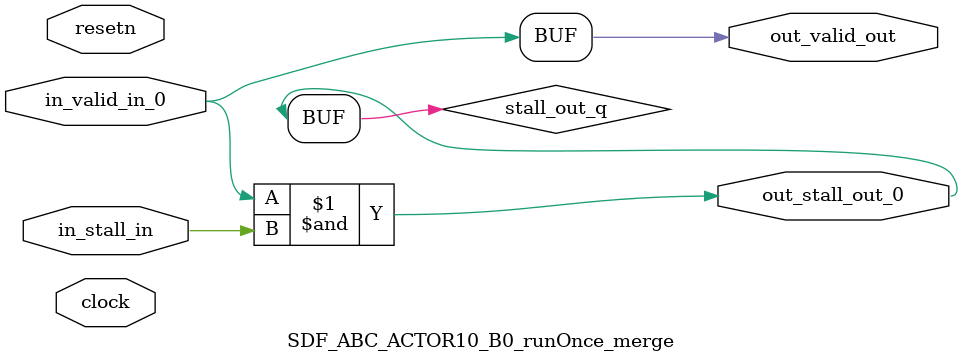
<source format=sv>



(* altera_attribute = "-name AUTO_SHIFT_REGISTER_RECOGNITION OFF; -name MESSAGE_DISABLE 10036; -name MESSAGE_DISABLE 10037; -name MESSAGE_DISABLE 14130; -name MESSAGE_DISABLE 14320; -name MESSAGE_DISABLE 15400; -name MESSAGE_DISABLE 14130; -name MESSAGE_DISABLE 10036; -name MESSAGE_DISABLE 12020; -name MESSAGE_DISABLE 12030; -name MESSAGE_DISABLE 12010; -name MESSAGE_DISABLE 12110; -name MESSAGE_DISABLE 14320; -name MESSAGE_DISABLE 13410; -name MESSAGE_DISABLE 113007; -name MESSAGE_DISABLE 10958" *)
module SDF_ABC_ACTOR10_B0_runOnce_merge (
    input wire [0:0] in_stall_in,
    input wire [0:0] in_valid_in_0,
    output wire [0:0] out_stall_out_0,
    output wire [0:0] out_valid_out,
    input wire clock,
    input wire resetn
    );

    wire [0:0] stall_out_q;


    // stall_out(LOGICAL,6)
    assign stall_out_q = in_valid_in_0 & in_stall_in;

    // out_stall_out_0(GPOUT,4)
    assign out_stall_out_0 = stall_out_q;

    // out_valid_out(GPOUT,5)
    assign out_valid_out = in_valid_in_0;

endmodule

</source>
